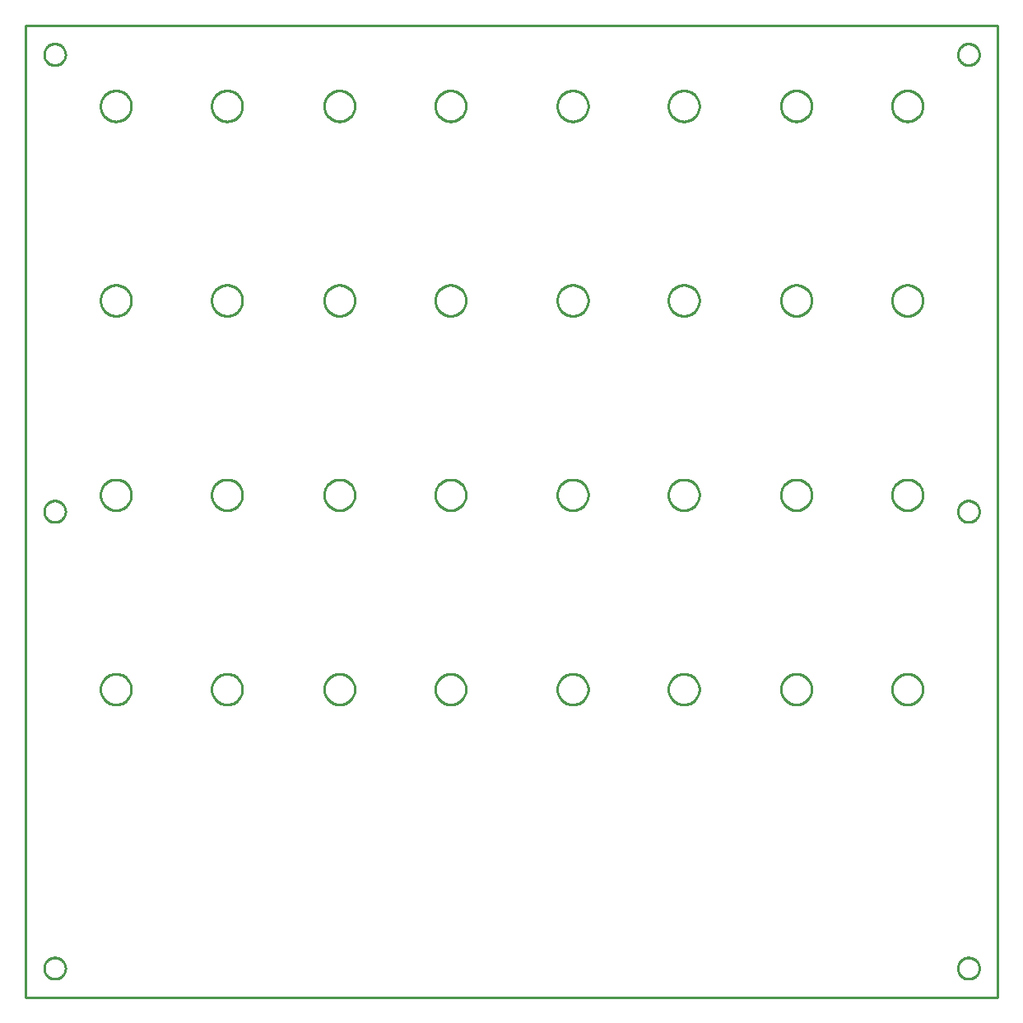
<source format=gbr>
G04 EAGLE Gerber RS-274X export*
G75*
%MOMM*%
%FSLAX34Y34*%
%LPD*%
%IN*%
%IPPOS*%
%AMOC8*
5,1,8,0,0,1.08239X$1,22.5*%
G01*
%ADD10C,0.254000*%


D10*
X0Y0D02*
X1000000Y0D01*
X1000000Y1000000D01*
X0Y1000000D01*
X0Y0D01*
X41000Y969568D02*
X40932Y968706D01*
X40797Y967852D01*
X40595Y967012D01*
X40328Y966190D01*
X39997Y965391D01*
X39605Y964621D01*
X39153Y963884D01*
X38645Y963185D01*
X38084Y962527D01*
X37473Y961916D01*
X36815Y961355D01*
X36116Y960847D01*
X35379Y960395D01*
X34609Y960003D01*
X33810Y959672D01*
X32988Y959405D01*
X32148Y959203D01*
X31294Y959068D01*
X30432Y959000D01*
X29568Y959000D01*
X28706Y959068D01*
X27852Y959203D01*
X27012Y959405D01*
X26190Y959672D01*
X25391Y960003D01*
X24621Y960395D01*
X23884Y960847D01*
X23185Y961355D01*
X22527Y961916D01*
X21916Y962527D01*
X21355Y963185D01*
X20847Y963884D01*
X20395Y964621D01*
X20003Y965391D01*
X19672Y966190D01*
X19405Y967012D01*
X19203Y967852D01*
X19068Y968706D01*
X19000Y969568D01*
X19000Y970432D01*
X19068Y971294D01*
X19203Y972148D01*
X19405Y972988D01*
X19672Y973810D01*
X20003Y974609D01*
X20395Y975379D01*
X20847Y976116D01*
X21355Y976815D01*
X21916Y977473D01*
X22527Y978084D01*
X23185Y978645D01*
X23884Y979153D01*
X24621Y979605D01*
X25391Y979997D01*
X26190Y980328D01*
X27012Y980595D01*
X27852Y980797D01*
X28706Y980932D01*
X29568Y981000D01*
X30432Y981000D01*
X31294Y980932D01*
X32148Y980797D01*
X32988Y980595D01*
X33810Y980328D01*
X34609Y979997D01*
X35379Y979605D01*
X36116Y979153D01*
X36815Y978645D01*
X37473Y978084D01*
X38084Y977473D01*
X38645Y976815D01*
X39153Y976116D01*
X39605Y975379D01*
X39997Y974609D01*
X40328Y973810D01*
X40595Y972988D01*
X40797Y972148D01*
X40932Y971294D01*
X41000Y970432D01*
X41000Y969568D01*
X41000Y499568D02*
X40932Y498706D01*
X40797Y497852D01*
X40595Y497012D01*
X40328Y496190D01*
X39997Y495391D01*
X39605Y494621D01*
X39153Y493884D01*
X38645Y493185D01*
X38084Y492527D01*
X37473Y491916D01*
X36815Y491355D01*
X36116Y490847D01*
X35379Y490395D01*
X34609Y490003D01*
X33810Y489672D01*
X32988Y489405D01*
X32148Y489203D01*
X31294Y489068D01*
X30432Y489000D01*
X29568Y489000D01*
X28706Y489068D01*
X27852Y489203D01*
X27012Y489405D01*
X26190Y489672D01*
X25391Y490003D01*
X24621Y490395D01*
X23884Y490847D01*
X23185Y491355D01*
X22527Y491916D01*
X21916Y492527D01*
X21355Y493185D01*
X20847Y493884D01*
X20395Y494621D01*
X20003Y495391D01*
X19672Y496190D01*
X19405Y497012D01*
X19203Y497852D01*
X19068Y498706D01*
X19000Y499568D01*
X19000Y500432D01*
X19068Y501294D01*
X19203Y502148D01*
X19405Y502988D01*
X19672Y503810D01*
X20003Y504609D01*
X20395Y505379D01*
X20847Y506116D01*
X21355Y506815D01*
X21916Y507473D01*
X22527Y508084D01*
X23185Y508645D01*
X23884Y509153D01*
X24621Y509605D01*
X25391Y509997D01*
X26190Y510328D01*
X27012Y510595D01*
X27852Y510797D01*
X28706Y510932D01*
X29568Y511000D01*
X30432Y511000D01*
X31294Y510932D01*
X32148Y510797D01*
X32988Y510595D01*
X33810Y510328D01*
X34609Y509997D01*
X35379Y509605D01*
X36116Y509153D01*
X36815Y508645D01*
X37473Y508084D01*
X38084Y507473D01*
X38645Y506815D01*
X39153Y506116D01*
X39605Y505379D01*
X39997Y504609D01*
X40328Y503810D01*
X40595Y502988D01*
X40797Y502148D01*
X40932Y501294D01*
X41000Y500432D01*
X41000Y499568D01*
X41000Y29568D02*
X40932Y28706D01*
X40797Y27852D01*
X40595Y27012D01*
X40328Y26190D01*
X39997Y25391D01*
X39605Y24621D01*
X39153Y23884D01*
X38645Y23185D01*
X38084Y22527D01*
X37473Y21916D01*
X36815Y21355D01*
X36116Y20847D01*
X35379Y20395D01*
X34609Y20003D01*
X33810Y19672D01*
X32988Y19405D01*
X32148Y19203D01*
X31294Y19068D01*
X30432Y19000D01*
X29568Y19000D01*
X28706Y19068D01*
X27852Y19203D01*
X27012Y19405D01*
X26190Y19672D01*
X25391Y20003D01*
X24621Y20395D01*
X23884Y20847D01*
X23185Y21355D01*
X22527Y21916D01*
X21916Y22527D01*
X21355Y23185D01*
X20847Y23884D01*
X20395Y24621D01*
X20003Y25391D01*
X19672Y26190D01*
X19405Y27012D01*
X19203Y27852D01*
X19068Y28706D01*
X19000Y29568D01*
X19000Y30432D01*
X19068Y31294D01*
X19203Y32148D01*
X19405Y32988D01*
X19672Y33810D01*
X20003Y34609D01*
X20395Y35379D01*
X20847Y36116D01*
X21355Y36815D01*
X21916Y37473D01*
X22527Y38084D01*
X23185Y38645D01*
X23884Y39153D01*
X24621Y39605D01*
X25391Y39997D01*
X26190Y40328D01*
X27012Y40595D01*
X27852Y40797D01*
X28706Y40932D01*
X29568Y41000D01*
X30432Y41000D01*
X31294Y40932D01*
X32148Y40797D01*
X32988Y40595D01*
X33810Y40328D01*
X34609Y39997D01*
X35379Y39605D01*
X36116Y39153D01*
X36815Y38645D01*
X37473Y38084D01*
X38084Y37473D01*
X38645Y36815D01*
X39153Y36116D01*
X39605Y35379D01*
X39997Y34609D01*
X40328Y33810D01*
X40595Y32988D01*
X40797Y32148D01*
X40932Y31294D01*
X41000Y30432D01*
X41000Y29568D01*
X981000Y29568D02*
X980932Y28706D01*
X980797Y27852D01*
X980595Y27012D01*
X980328Y26190D01*
X979997Y25391D01*
X979605Y24621D01*
X979153Y23884D01*
X978645Y23185D01*
X978084Y22527D01*
X977473Y21916D01*
X976815Y21355D01*
X976116Y20847D01*
X975379Y20395D01*
X974609Y20003D01*
X973810Y19672D01*
X972988Y19405D01*
X972148Y19203D01*
X971294Y19068D01*
X970432Y19000D01*
X969568Y19000D01*
X968706Y19068D01*
X967852Y19203D01*
X967012Y19405D01*
X966190Y19672D01*
X965391Y20003D01*
X964621Y20395D01*
X963884Y20847D01*
X963185Y21355D01*
X962527Y21916D01*
X961916Y22527D01*
X961355Y23185D01*
X960847Y23884D01*
X960395Y24621D01*
X960003Y25391D01*
X959672Y26190D01*
X959405Y27012D01*
X959203Y27852D01*
X959068Y28706D01*
X959000Y29568D01*
X959000Y30432D01*
X959068Y31294D01*
X959203Y32148D01*
X959405Y32988D01*
X959672Y33810D01*
X960003Y34609D01*
X960395Y35379D01*
X960847Y36116D01*
X961355Y36815D01*
X961916Y37473D01*
X962527Y38084D01*
X963185Y38645D01*
X963884Y39153D01*
X964621Y39605D01*
X965391Y39997D01*
X966190Y40328D01*
X967012Y40595D01*
X967852Y40797D01*
X968706Y40932D01*
X969568Y41000D01*
X970432Y41000D01*
X971294Y40932D01*
X972148Y40797D01*
X972988Y40595D01*
X973810Y40328D01*
X974609Y39997D01*
X975379Y39605D01*
X976116Y39153D01*
X976815Y38645D01*
X977473Y38084D01*
X978084Y37473D01*
X978645Y36815D01*
X979153Y36116D01*
X979605Y35379D01*
X979997Y34609D01*
X980328Y33810D01*
X980595Y32988D01*
X980797Y32148D01*
X980932Y31294D01*
X981000Y30432D01*
X981000Y29568D01*
X981000Y499568D02*
X980932Y498706D01*
X980797Y497852D01*
X980595Y497012D01*
X980328Y496190D01*
X979997Y495391D01*
X979605Y494621D01*
X979153Y493884D01*
X978645Y493185D01*
X978084Y492527D01*
X977473Y491916D01*
X976815Y491355D01*
X976116Y490847D01*
X975379Y490395D01*
X974609Y490003D01*
X973810Y489672D01*
X972988Y489405D01*
X972148Y489203D01*
X971294Y489068D01*
X970432Y489000D01*
X969568Y489000D01*
X968706Y489068D01*
X967852Y489203D01*
X967012Y489405D01*
X966190Y489672D01*
X965391Y490003D01*
X964621Y490395D01*
X963884Y490847D01*
X963185Y491355D01*
X962527Y491916D01*
X961916Y492527D01*
X961355Y493185D01*
X960847Y493884D01*
X960395Y494621D01*
X960003Y495391D01*
X959672Y496190D01*
X959405Y497012D01*
X959203Y497852D01*
X959068Y498706D01*
X959000Y499568D01*
X959000Y500432D01*
X959068Y501294D01*
X959203Y502148D01*
X959405Y502988D01*
X959672Y503810D01*
X960003Y504609D01*
X960395Y505379D01*
X960847Y506116D01*
X961355Y506815D01*
X961916Y507473D01*
X962527Y508084D01*
X963185Y508645D01*
X963884Y509153D01*
X964621Y509605D01*
X965391Y509997D01*
X966190Y510328D01*
X967012Y510595D01*
X967852Y510797D01*
X968706Y510932D01*
X969568Y511000D01*
X970432Y511000D01*
X971294Y510932D01*
X972148Y510797D01*
X972988Y510595D01*
X973810Y510328D01*
X974609Y509997D01*
X975379Y509605D01*
X976116Y509153D01*
X976815Y508645D01*
X977473Y508084D01*
X978084Y507473D01*
X978645Y506815D01*
X979153Y506116D01*
X979605Y505379D01*
X979997Y504609D01*
X980328Y503810D01*
X980595Y502988D01*
X980797Y502148D01*
X980932Y501294D01*
X981000Y500432D01*
X981000Y499568D01*
X981000Y969568D02*
X980932Y968706D01*
X980797Y967852D01*
X980595Y967012D01*
X980328Y966190D01*
X979997Y965391D01*
X979605Y964621D01*
X979153Y963884D01*
X978645Y963185D01*
X978084Y962527D01*
X977473Y961916D01*
X976815Y961355D01*
X976116Y960847D01*
X975379Y960395D01*
X974609Y960003D01*
X973810Y959672D01*
X972988Y959405D01*
X972148Y959203D01*
X971294Y959068D01*
X970432Y959000D01*
X969568Y959000D01*
X968706Y959068D01*
X967852Y959203D01*
X967012Y959405D01*
X966190Y959672D01*
X965391Y960003D01*
X964621Y960395D01*
X963884Y960847D01*
X963185Y961355D01*
X962527Y961916D01*
X961916Y962527D01*
X961355Y963185D01*
X960847Y963884D01*
X960395Y964621D01*
X960003Y965391D01*
X959672Y966190D01*
X959405Y967012D01*
X959203Y967852D01*
X959068Y968706D01*
X959000Y969568D01*
X959000Y970432D01*
X959068Y971294D01*
X959203Y972148D01*
X959405Y972988D01*
X959672Y973810D01*
X960003Y974609D01*
X960395Y975379D01*
X960847Y976116D01*
X961355Y976815D01*
X961916Y977473D01*
X962527Y978084D01*
X963185Y978645D01*
X963884Y979153D01*
X964621Y979605D01*
X965391Y979997D01*
X966190Y980328D01*
X967012Y980595D01*
X967852Y980797D01*
X968706Y980932D01*
X969568Y981000D01*
X970432Y981000D01*
X971294Y980932D01*
X972148Y980797D01*
X972988Y980595D01*
X973810Y980328D01*
X974609Y979997D01*
X975379Y979605D01*
X976116Y979153D01*
X976815Y978645D01*
X977473Y978084D01*
X978084Y977473D01*
X978645Y976815D01*
X979153Y976116D01*
X979605Y975379D01*
X979997Y974609D01*
X980328Y973810D01*
X980595Y972988D01*
X980797Y972148D01*
X980932Y971294D01*
X981000Y970432D01*
X981000Y969568D01*
X453000Y316481D02*
X452932Y315446D01*
X452797Y314417D01*
X452594Y313399D01*
X452326Y312397D01*
X451992Y311414D01*
X451595Y310455D01*
X451136Y309524D01*
X450617Y308626D01*
X450041Y307763D01*
X449409Y306939D01*
X448725Y306159D01*
X447991Y305425D01*
X447211Y304741D01*
X446387Y304109D01*
X445524Y303533D01*
X444626Y303014D01*
X443695Y302555D01*
X442736Y302158D01*
X441753Y301824D01*
X440751Y301556D01*
X439733Y301353D01*
X438704Y301218D01*
X437669Y301150D01*
X436631Y301150D01*
X435596Y301218D01*
X434567Y301353D01*
X433549Y301556D01*
X432547Y301824D01*
X431564Y302158D01*
X430605Y302555D01*
X429674Y303014D01*
X428776Y303533D01*
X427913Y304109D01*
X427089Y304741D01*
X426309Y305425D01*
X425575Y306159D01*
X424891Y306939D01*
X424259Y307763D01*
X423683Y308626D01*
X423164Y309524D01*
X422705Y310455D01*
X422308Y311414D01*
X421974Y312397D01*
X421706Y313399D01*
X421503Y314417D01*
X421368Y315446D01*
X421300Y316481D01*
X421300Y317519D01*
X421368Y318554D01*
X421503Y319583D01*
X421706Y320601D01*
X421974Y321603D01*
X422308Y322586D01*
X422705Y323545D01*
X423164Y324476D01*
X423683Y325374D01*
X424259Y326237D01*
X424891Y327061D01*
X425575Y327841D01*
X426309Y328575D01*
X427089Y329259D01*
X427913Y329891D01*
X428776Y330467D01*
X429674Y330986D01*
X430605Y331445D01*
X431564Y331842D01*
X432547Y332176D01*
X433549Y332444D01*
X434567Y332647D01*
X435596Y332782D01*
X436631Y332850D01*
X437669Y332850D01*
X438704Y332782D01*
X439733Y332647D01*
X440751Y332444D01*
X441753Y332176D01*
X442736Y331842D01*
X443695Y331445D01*
X444626Y330986D01*
X445524Y330467D01*
X446387Y329891D01*
X447211Y329259D01*
X447991Y328575D01*
X448725Y327841D01*
X449409Y327061D01*
X450041Y326237D01*
X450617Y325374D01*
X451136Y324476D01*
X451595Y323545D01*
X451992Y322586D01*
X452326Y321603D01*
X452594Y320601D01*
X452797Y319583D01*
X452932Y318554D01*
X453000Y317519D01*
X453000Y316481D01*
X338700Y316481D02*
X338632Y315446D01*
X338497Y314417D01*
X338294Y313399D01*
X338026Y312397D01*
X337692Y311414D01*
X337295Y310455D01*
X336836Y309524D01*
X336317Y308626D01*
X335741Y307763D01*
X335109Y306939D01*
X334425Y306159D01*
X333691Y305425D01*
X332911Y304741D01*
X332087Y304109D01*
X331224Y303533D01*
X330326Y303014D01*
X329395Y302555D01*
X328436Y302158D01*
X327453Y301824D01*
X326451Y301556D01*
X325433Y301353D01*
X324404Y301218D01*
X323369Y301150D01*
X322331Y301150D01*
X321296Y301218D01*
X320267Y301353D01*
X319249Y301556D01*
X318247Y301824D01*
X317264Y302158D01*
X316305Y302555D01*
X315374Y303014D01*
X314476Y303533D01*
X313613Y304109D01*
X312789Y304741D01*
X312009Y305425D01*
X311275Y306159D01*
X310591Y306939D01*
X309959Y307763D01*
X309383Y308626D01*
X308864Y309524D01*
X308405Y310455D01*
X308008Y311414D01*
X307674Y312397D01*
X307406Y313399D01*
X307203Y314417D01*
X307068Y315446D01*
X307000Y316481D01*
X307000Y317519D01*
X307068Y318554D01*
X307203Y319583D01*
X307406Y320601D01*
X307674Y321603D01*
X308008Y322586D01*
X308405Y323545D01*
X308864Y324476D01*
X309383Y325374D01*
X309959Y326237D01*
X310591Y327061D01*
X311275Y327841D01*
X312009Y328575D01*
X312789Y329259D01*
X313613Y329891D01*
X314476Y330467D01*
X315374Y330986D01*
X316305Y331445D01*
X317264Y331842D01*
X318247Y332176D01*
X319249Y332444D01*
X320267Y332647D01*
X321296Y332782D01*
X322331Y332850D01*
X323369Y332850D01*
X324404Y332782D01*
X325433Y332647D01*
X326451Y332444D01*
X327453Y332176D01*
X328436Y331842D01*
X329395Y331445D01*
X330326Y330986D01*
X331224Y330467D01*
X332087Y329891D01*
X332911Y329259D01*
X333691Y328575D01*
X334425Y327841D01*
X335109Y327061D01*
X335741Y326237D01*
X336317Y325374D01*
X336836Y324476D01*
X337295Y323545D01*
X337692Y322586D01*
X338026Y321603D01*
X338294Y320601D01*
X338497Y319583D01*
X338632Y318554D01*
X338700Y317519D01*
X338700Y316481D01*
X453000Y916481D02*
X452932Y915446D01*
X452797Y914417D01*
X452594Y913399D01*
X452326Y912397D01*
X451992Y911414D01*
X451595Y910455D01*
X451136Y909524D01*
X450617Y908626D01*
X450041Y907763D01*
X449409Y906939D01*
X448725Y906159D01*
X447991Y905425D01*
X447211Y904741D01*
X446387Y904109D01*
X445524Y903533D01*
X444626Y903014D01*
X443695Y902555D01*
X442736Y902158D01*
X441753Y901824D01*
X440751Y901556D01*
X439733Y901353D01*
X438704Y901218D01*
X437669Y901150D01*
X436631Y901150D01*
X435596Y901218D01*
X434567Y901353D01*
X433549Y901556D01*
X432547Y901824D01*
X431564Y902158D01*
X430605Y902555D01*
X429674Y903014D01*
X428776Y903533D01*
X427913Y904109D01*
X427089Y904741D01*
X426309Y905425D01*
X425575Y906159D01*
X424891Y906939D01*
X424259Y907763D01*
X423683Y908626D01*
X423164Y909524D01*
X422705Y910455D01*
X422308Y911414D01*
X421974Y912397D01*
X421706Y913399D01*
X421503Y914417D01*
X421368Y915446D01*
X421300Y916481D01*
X421300Y917519D01*
X421368Y918554D01*
X421503Y919583D01*
X421706Y920601D01*
X421974Y921603D01*
X422308Y922586D01*
X422705Y923545D01*
X423164Y924476D01*
X423683Y925374D01*
X424259Y926237D01*
X424891Y927061D01*
X425575Y927841D01*
X426309Y928575D01*
X427089Y929259D01*
X427913Y929891D01*
X428776Y930467D01*
X429674Y930986D01*
X430605Y931445D01*
X431564Y931842D01*
X432547Y932176D01*
X433549Y932444D01*
X434567Y932647D01*
X435596Y932782D01*
X436631Y932850D01*
X437669Y932850D01*
X438704Y932782D01*
X439733Y932647D01*
X440751Y932444D01*
X441753Y932176D01*
X442736Y931842D01*
X443695Y931445D01*
X444626Y930986D01*
X445524Y930467D01*
X446387Y929891D01*
X447211Y929259D01*
X447991Y928575D01*
X448725Y927841D01*
X449409Y927061D01*
X450041Y926237D01*
X450617Y925374D01*
X451136Y924476D01*
X451595Y923545D01*
X451992Y922586D01*
X452326Y921603D01*
X452594Y920601D01*
X452797Y919583D01*
X452932Y918554D01*
X453000Y917519D01*
X453000Y916481D01*
X338700Y916481D02*
X338632Y915446D01*
X338497Y914417D01*
X338294Y913399D01*
X338026Y912397D01*
X337692Y911414D01*
X337295Y910455D01*
X336836Y909524D01*
X336317Y908626D01*
X335741Y907763D01*
X335109Y906939D01*
X334425Y906159D01*
X333691Y905425D01*
X332911Y904741D01*
X332087Y904109D01*
X331224Y903533D01*
X330326Y903014D01*
X329395Y902555D01*
X328436Y902158D01*
X327453Y901824D01*
X326451Y901556D01*
X325433Y901353D01*
X324404Y901218D01*
X323369Y901150D01*
X322331Y901150D01*
X321296Y901218D01*
X320267Y901353D01*
X319249Y901556D01*
X318247Y901824D01*
X317264Y902158D01*
X316305Y902555D01*
X315374Y903014D01*
X314476Y903533D01*
X313613Y904109D01*
X312789Y904741D01*
X312009Y905425D01*
X311275Y906159D01*
X310591Y906939D01*
X309959Y907763D01*
X309383Y908626D01*
X308864Y909524D01*
X308405Y910455D01*
X308008Y911414D01*
X307674Y912397D01*
X307406Y913399D01*
X307203Y914417D01*
X307068Y915446D01*
X307000Y916481D01*
X307000Y917519D01*
X307068Y918554D01*
X307203Y919583D01*
X307406Y920601D01*
X307674Y921603D01*
X308008Y922586D01*
X308405Y923545D01*
X308864Y924476D01*
X309383Y925374D01*
X309959Y926237D01*
X310591Y927061D01*
X311275Y927841D01*
X312009Y928575D01*
X312789Y929259D01*
X313613Y929891D01*
X314476Y930467D01*
X315374Y930986D01*
X316305Y931445D01*
X317264Y931842D01*
X318247Y932176D01*
X319249Y932444D01*
X320267Y932647D01*
X321296Y932782D01*
X322331Y932850D01*
X323369Y932850D01*
X324404Y932782D01*
X325433Y932647D01*
X326451Y932444D01*
X327453Y932176D01*
X328436Y931842D01*
X329395Y931445D01*
X330326Y930986D01*
X331224Y930467D01*
X332087Y929891D01*
X332911Y929259D01*
X333691Y928575D01*
X334425Y927841D01*
X335109Y927061D01*
X335741Y926237D01*
X336317Y925374D01*
X336836Y924476D01*
X337295Y923545D01*
X337692Y922586D01*
X338026Y921603D01*
X338294Y920601D01*
X338497Y919583D01*
X338632Y918554D01*
X338700Y917519D01*
X338700Y916481D01*
X223000Y916481D02*
X222932Y915446D01*
X222797Y914417D01*
X222594Y913399D01*
X222326Y912397D01*
X221992Y911414D01*
X221595Y910455D01*
X221136Y909524D01*
X220617Y908626D01*
X220041Y907763D01*
X219409Y906939D01*
X218725Y906159D01*
X217991Y905425D01*
X217211Y904741D01*
X216387Y904109D01*
X215524Y903533D01*
X214626Y903014D01*
X213695Y902555D01*
X212736Y902158D01*
X211753Y901824D01*
X210751Y901556D01*
X209733Y901353D01*
X208704Y901218D01*
X207669Y901150D01*
X206631Y901150D01*
X205596Y901218D01*
X204567Y901353D01*
X203549Y901556D01*
X202547Y901824D01*
X201564Y902158D01*
X200605Y902555D01*
X199674Y903014D01*
X198776Y903533D01*
X197913Y904109D01*
X197089Y904741D01*
X196309Y905425D01*
X195575Y906159D01*
X194891Y906939D01*
X194259Y907763D01*
X193683Y908626D01*
X193164Y909524D01*
X192705Y910455D01*
X192308Y911414D01*
X191974Y912397D01*
X191706Y913399D01*
X191503Y914417D01*
X191368Y915446D01*
X191300Y916481D01*
X191300Y917519D01*
X191368Y918554D01*
X191503Y919583D01*
X191706Y920601D01*
X191974Y921603D01*
X192308Y922586D01*
X192705Y923545D01*
X193164Y924476D01*
X193683Y925374D01*
X194259Y926237D01*
X194891Y927061D01*
X195575Y927841D01*
X196309Y928575D01*
X197089Y929259D01*
X197913Y929891D01*
X198776Y930467D01*
X199674Y930986D01*
X200605Y931445D01*
X201564Y931842D01*
X202547Y932176D01*
X203549Y932444D01*
X204567Y932647D01*
X205596Y932782D01*
X206631Y932850D01*
X207669Y932850D01*
X208704Y932782D01*
X209733Y932647D01*
X210751Y932444D01*
X211753Y932176D01*
X212736Y931842D01*
X213695Y931445D01*
X214626Y930986D01*
X215524Y930467D01*
X216387Y929891D01*
X217211Y929259D01*
X217991Y928575D01*
X218725Y927841D01*
X219409Y927061D01*
X220041Y926237D01*
X220617Y925374D01*
X221136Y924476D01*
X221595Y923545D01*
X221992Y922586D01*
X222326Y921603D01*
X222594Y920601D01*
X222797Y919583D01*
X222932Y918554D01*
X223000Y917519D01*
X223000Y916481D01*
X108700Y916481D02*
X108632Y915446D01*
X108497Y914417D01*
X108294Y913399D01*
X108026Y912397D01*
X107692Y911414D01*
X107295Y910455D01*
X106836Y909524D01*
X106317Y908626D01*
X105741Y907763D01*
X105109Y906939D01*
X104425Y906159D01*
X103691Y905425D01*
X102911Y904741D01*
X102087Y904109D01*
X101224Y903533D01*
X100326Y903014D01*
X99395Y902555D01*
X98436Y902158D01*
X97453Y901824D01*
X96451Y901556D01*
X95433Y901353D01*
X94404Y901218D01*
X93369Y901150D01*
X92331Y901150D01*
X91296Y901218D01*
X90267Y901353D01*
X89249Y901556D01*
X88247Y901824D01*
X87264Y902158D01*
X86305Y902555D01*
X85374Y903014D01*
X84476Y903533D01*
X83613Y904109D01*
X82789Y904741D01*
X82009Y905425D01*
X81275Y906159D01*
X80591Y906939D01*
X79959Y907763D01*
X79383Y908626D01*
X78864Y909524D01*
X78405Y910455D01*
X78008Y911414D01*
X77674Y912397D01*
X77406Y913399D01*
X77203Y914417D01*
X77068Y915446D01*
X77000Y916481D01*
X77000Y917519D01*
X77068Y918554D01*
X77203Y919583D01*
X77406Y920601D01*
X77674Y921603D01*
X78008Y922586D01*
X78405Y923545D01*
X78864Y924476D01*
X79383Y925374D01*
X79959Y926237D01*
X80591Y927061D01*
X81275Y927841D01*
X82009Y928575D01*
X82789Y929259D01*
X83613Y929891D01*
X84476Y930467D01*
X85374Y930986D01*
X86305Y931445D01*
X87264Y931842D01*
X88247Y932176D01*
X89249Y932444D01*
X90267Y932647D01*
X91296Y932782D01*
X92331Y932850D01*
X93369Y932850D01*
X94404Y932782D01*
X95433Y932647D01*
X96451Y932444D01*
X97453Y932176D01*
X98436Y931842D01*
X99395Y931445D01*
X100326Y930986D01*
X101224Y930467D01*
X102087Y929891D01*
X102911Y929259D01*
X103691Y928575D01*
X104425Y927841D01*
X105109Y927061D01*
X105741Y926237D01*
X106317Y925374D01*
X106836Y924476D01*
X107295Y923545D01*
X107692Y922586D01*
X108026Y921603D01*
X108294Y920601D01*
X108497Y919583D01*
X108632Y918554D01*
X108700Y917519D01*
X108700Y916481D01*
X693000Y316481D02*
X692932Y315446D01*
X692797Y314417D01*
X692594Y313399D01*
X692326Y312397D01*
X691992Y311414D01*
X691595Y310455D01*
X691136Y309524D01*
X690617Y308626D01*
X690041Y307763D01*
X689409Y306939D01*
X688725Y306159D01*
X687991Y305425D01*
X687211Y304741D01*
X686387Y304109D01*
X685524Y303533D01*
X684626Y303014D01*
X683695Y302555D01*
X682736Y302158D01*
X681753Y301824D01*
X680751Y301556D01*
X679733Y301353D01*
X678704Y301218D01*
X677669Y301150D01*
X676631Y301150D01*
X675596Y301218D01*
X674567Y301353D01*
X673549Y301556D01*
X672547Y301824D01*
X671564Y302158D01*
X670605Y302555D01*
X669674Y303014D01*
X668776Y303533D01*
X667913Y304109D01*
X667089Y304741D01*
X666309Y305425D01*
X665575Y306159D01*
X664891Y306939D01*
X664259Y307763D01*
X663683Y308626D01*
X663164Y309524D01*
X662705Y310455D01*
X662308Y311414D01*
X661974Y312397D01*
X661706Y313399D01*
X661503Y314417D01*
X661368Y315446D01*
X661300Y316481D01*
X661300Y317519D01*
X661368Y318554D01*
X661503Y319583D01*
X661706Y320601D01*
X661974Y321603D01*
X662308Y322586D01*
X662705Y323545D01*
X663164Y324476D01*
X663683Y325374D01*
X664259Y326237D01*
X664891Y327061D01*
X665575Y327841D01*
X666309Y328575D01*
X667089Y329259D01*
X667913Y329891D01*
X668776Y330467D01*
X669674Y330986D01*
X670605Y331445D01*
X671564Y331842D01*
X672547Y332176D01*
X673549Y332444D01*
X674567Y332647D01*
X675596Y332782D01*
X676631Y332850D01*
X677669Y332850D01*
X678704Y332782D01*
X679733Y332647D01*
X680751Y332444D01*
X681753Y332176D01*
X682736Y331842D01*
X683695Y331445D01*
X684626Y330986D01*
X685524Y330467D01*
X686387Y329891D01*
X687211Y329259D01*
X687991Y328575D01*
X688725Y327841D01*
X689409Y327061D01*
X690041Y326237D01*
X690617Y325374D01*
X691136Y324476D01*
X691595Y323545D01*
X691992Y322586D01*
X692326Y321603D01*
X692594Y320601D01*
X692797Y319583D01*
X692932Y318554D01*
X693000Y317519D01*
X693000Y316481D01*
X578700Y316481D02*
X578632Y315446D01*
X578497Y314417D01*
X578294Y313399D01*
X578026Y312397D01*
X577692Y311414D01*
X577295Y310455D01*
X576836Y309524D01*
X576317Y308626D01*
X575741Y307763D01*
X575109Y306939D01*
X574425Y306159D01*
X573691Y305425D01*
X572911Y304741D01*
X572087Y304109D01*
X571224Y303533D01*
X570326Y303014D01*
X569395Y302555D01*
X568436Y302158D01*
X567453Y301824D01*
X566451Y301556D01*
X565433Y301353D01*
X564404Y301218D01*
X563369Y301150D01*
X562331Y301150D01*
X561296Y301218D01*
X560267Y301353D01*
X559249Y301556D01*
X558247Y301824D01*
X557264Y302158D01*
X556305Y302555D01*
X555374Y303014D01*
X554476Y303533D01*
X553613Y304109D01*
X552789Y304741D01*
X552009Y305425D01*
X551275Y306159D01*
X550591Y306939D01*
X549959Y307763D01*
X549383Y308626D01*
X548864Y309524D01*
X548405Y310455D01*
X548008Y311414D01*
X547674Y312397D01*
X547406Y313399D01*
X547203Y314417D01*
X547068Y315446D01*
X547000Y316481D01*
X547000Y317519D01*
X547068Y318554D01*
X547203Y319583D01*
X547406Y320601D01*
X547674Y321603D01*
X548008Y322586D01*
X548405Y323545D01*
X548864Y324476D01*
X549383Y325374D01*
X549959Y326237D01*
X550591Y327061D01*
X551275Y327841D01*
X552009Y328575D01*
X552789Y329259D01*
X553613Y329891D01*
X554476Y330467D01*
X555374Y330986D01*
X556305Y331445D01*
X557264Y331842D01*
X558247Y332176D01*
X559249Y332444D01*
X560267Y332647D01*
X561296Y332782D01*
X562331Y332850D01*
X563369Y332850D01*
X564404Y332782D01*
X565433Y332647D01*
X566451Y332444D01*
X567453Y332176D01*
X568436Y331842D01*
X569395Y331445D01*
X570326Y330986D01*
X571224Y330467D01*
X572087Y329891D01*
X572911Y329259D01*
X573691Y328575D01*
X574425Y327841D01*
X575109Y327061D01*
X575741Y326237D01*
X576317Y325374D01*
X576836Y324476D01*
X577295Y323545D01*
X577692Y322586D01*
X578026Y321603D01*
X578294Y320601D01*
X578497Y319583D01*
X578632Y318554D01*
X578700Y317519D01*
X578700Y316481D01*
X223000Y316481D02*
X222932Y315446D01*
X222797Y314417D01*
X222594Y313399D01*
X222326Y312397D01*
X221992Y311414D01*
X221595Y310455D01*
X221136Y309524D01*
X220617Y308626D01*
X220041Y307763D01*
X219409Y306939D01*
X218725Y306159D01*
X217991Y305425D01*
X217211Y304741D01*
X216387Y304109D01*
X215524Y303533D01*
X214626Y303014D01*
X213695Y302555D01*
X212736Y302158D01*
X211753Y301824D01*
X210751Y301556D01*
X209733Y301353D01*
X208704Y301218D01*
X207669Y301150D01*
X206631Y301150D01*
X205596Y301218D01*
X204567Y301353D01*
X203549Y301556D01*
X202547Y301824D01*
X201564Y302158D01*
X200605Y302555D01*
X199674Y303014D01*
X198776Y303533D01*
X197913Y304109D01*
X197089Y304741D01*
X196309Y305425D01*
X195575Y306159D01*
X194891Y306939D01*
X194259Y307763D01*
X193683Y308626D01*
X193164Y309524D01*
X192705Y310455D01*
X192308Y311414D01*
X191974Y312397D01*
X191706Y313399D01*
X191503Y314417D01*
X191368Y315446D01*
X191300Y316481D01*
X191300Y317519D01*
X191368Y318554D01*
X191503Y319583D01*
X191706Y320601D01*
X191974Y321603D01*
X192308Y322586D01*
X192705Y323545D01*
X193164Y324476D01*
X193683Y325374D01*
X194259Y326237D01*
X194891Y327061D01*
X195575Y327841D01*
X196309Y328575D01*
X197089Y329259D01*
X197913Y329891D01*
X198776Y330467D01*
X199674Y330986D01*
X200605Y331445D01*
X201564Y331842D01*
X202547Y332176D01*
X203549Y332444D01*
X204567Y332647D01*
X205596Y332782D01*
X206631Y332850D01*
X207669Y332850D01*
X208704Y332782D01*
X209733Y332647D01*
X210751Y332444D01*
X211753Y332176D01*
X212736Y331842D01*
X213695Y331445D01*
X214626Y330986D01*
X215524Y330467D01*
X216387Y329891D01*
X217211Y329259D01*
X217991Y328575D01*
X218725Y327841D01*
X219409Y327061D01*
X220041Y326237D01*
X220617Y325374D01*
X221136Y324476D01*
X221595Y323545D01*
X221992Y322586D01*
X222326Y321603D01*
X222594Y320601D01*
X222797Y319583D01*
X222932Y318554D01*
X223000Y317519D01*
X223000Y316481D01*
X108700Y316481D02*
X108632Y315446D01*
X108497Y314417D01*
X108294Y313399D01*
X108026Y312397D01*
X107692Y311414D01*
X107295Y310455D01*
X106836Y309524D01*
X106317Y308626D01*
X105741Y307763D01*
X105109Y306939D01*
X104425Y306159D01*
X103691Y305425D01*
X102911Y304741D01*
X102087Y304109D01*
X101224Y303533D01*
X100326Y303014D01*
X99395Y302555D01*
X98436Y302158D01*
X97453Y301824D01*
X96451Y301556D01*
X95433Y301353D01*
X94404Y301218D01*
X93369Y301150D01*
X92331Y301150D01*
X91296Y301218D01*
X90267Y301353D01*
X89249Y301556D01*
X88247Y301824D01*
X87264Y302158D01*
X86305Y302555D01*
X85374Y303014D01*
X84476Y303533D01*
X83613Y304109D01*
X82789Y304741D01*
X82009Y305425D01*
X81275Y306159D01*
X80591Y306939D01*
X79959Y307763D01*
X79383Y308626D01*
X78864Y309524D01*
X78405Y310455D01*
X78008Y311414D01*
X77674Y312397D01*
X77406Y313399D01*
X77203Y314417D01*
X77068Y315446D01*
X77000Y316481D01*
X77000Y317519D01*
X77068Y318554D01*
X77203Y319583D01*
X77406Y320601D01*
X77674Y321603D01*
X78008Y322586D01*
X78405Y323545D01*
X78864Y324476D01*
X79383Y325374D01*
X79959Y326237D01*
X80591Y327061D01*
X81275Y327841D01*
X82009Y328575D01*
X82789Y329259D01*
X83613Y329891D01*
X84476Y330467D01*
X85374Y330986D01*
X86305Y331445D01*
X87264Y331842D01*
X88247Y332176D01*
X89249Y332444D01*
X90267Y332647D01*
X91296Y332782D01*
X92331Y332850D01*
X93369Y332850D01*
X94404Y332782D01*
X95433Y332647D01*
X96451Y332444D01*
X97453Y332176D01*
X98436Y331842D01*
X99395Y331445D01*
X100326Y330986D01*
X101224Y330467D01*
X102087Y329891D01*
X102911Y329259D01*
X103691Y328575D01*
X104425Y327841D01*
X105109Y327061D01*
X105741Y326237D01*
X106317Y325374D01*
X106836Y324476D01*
X107295Y323545D01*
X107692Y322586D01*
X108026Y321603D01*
X108294Y320601D01*
X108497Y319583D01*
X108632Y318554D01*
X108700Y317519D01*
X108700Y316481D01*
X453000Y716481D02*
X452932Y715446D01*
X452797Y714417D01*
X452594Y713399D01*
X452326Y712397D01*
X451992Y711414D01*
X451595Y710455D01*
X451136Y709524D01*
X450617Y708626D01*
X450041Y707763D01*
X449409Y706939D01*
X448725Y706159D01*
X447991Y705425D01*
X447211Y704741D01*
X446387Y704109D01*
X445524Y703533D01*
X444626Y703014D01*
X443695Y702555D01*
X442736Y702158D01*
X441753Y701824D01*
X440751Y701556D01*
X439733Y701353D01*
X438704Y701218D01*
X437669Y701150D01*
X436631Y701150D01*
X435596Y701218D01*
X434567Y701353D01*
X433549Y701556D01*
X432547Y701824D01*
X431564Y702158D01*
X430605Y702555D01*
X429674Y703014D01*
X428776Y703533D01*
X427913Y704109D01*
X427089Y704741D01*
X426309Y705425D01*
X425575Y706159D01*
X424891Y706939D01*
X424259Y707763D01*
X423683Y708626D01*
X423164Y709524D01*
X422705Y710455D01*
X422308Y711414D01*
X421974Y712397D01*
X421706Y713399D01*
X421503Y714417D01*
X421368Y715446D01*
X421300Y716481D01*
X421300Y717519D01*
X421368Y718554D01*
X421503Y719583D01*
X421706Y720601D01*
X421974Y721603D01*
X422308Y722586D01*
X422705Y723545D01*
X423164Y724476D01*
X423683Y725374D01*
X424259Y726237D01*
X424891Y727061D01*
X425575Y727841D01*
X426309Y728575D01*
X427089Y729259D01*
X427913Y729891D01*
X428776Y730467D01*
X429674Y730986D01*
X430605Y731445D01*
X431564Y731842D01*
X432547Y732176D01*
X433549Y732444D01*
X434567Y732647D01*
X435596Y732782D01*
X436631Y732850D01*
X437669Y732850D01*
X438704Y732782D01*
X439733Y732647D01*
X440751Y732444D01*
X441753Y732176D01*
X442736Y731842D01*
X443695Y731445D01*
X444626Y730986D01*
X445524Y730467D01*
X446387Y729891D01*
X447211Y729259D01*
X447991Y728575D01*
X448725Y727841D01*
X449409Y727061D01*
X450041Y726237D01*
X450617Y725374D01*
X451136Y724476D01*
X451595Y723545D01*
X451992Y722586D01*
X452326Y721603D01*
X452594Y720601D01*
X452797Y719583D01*
X452932Y718554D01*
X453000Y717519D01*
X453000Y716481D01*
X338700Y716481D02*
X338632Y715446D01*
X338497Y714417D01*
X338294Y713399D01*
X338026Y712397D01*
X337692Y711414D01*
X337295Y710455D01*
X336836Y709524D01*
X336317Y708626D01*
X335741Y707763D01*
X335109Y706939D01*
X334425Y706159D01*
X333691Y705425D01*
X332911Y704741D01*
X332087Y704109D01*
X331224Y703533D01*
X330326Y703014D01*
X329395Y702555D01*
X328436Y702158D01*
X327453Y701824D01*
X326451Y701556D01*
X325433Y701353D01*
X324404Y701218D01*
X323369Y701150D01*
X322331Y701150D01*
X321296Y701218D01*
X320267Y701353D01*
X319249Y701556D01*
X318247Y701824D01*
X317264Y702158D01*
X316305Y702555D01*
X315374Y703014D01*
X314476Y703533D01*
X313613Y704109D01*
X312789Y704741D01*
X312009Y705425D01*
X311275Y706159D01*
X310591Y706939D01*
X309959Y707763D01*
X309383Y708626D01*
X308864Y709524D01*
X308405Y710455D01*
X308008Y711414D01*
X307674Y712397D01*
X307406Y713399D01*
X307203Y714417D01*
X307068Y715446D01*
X307000Y716481D01*
X307000Y717519D01*
X307068Y718554D01*
X307203Y719583D01*
X307406Y720601D01*
X307674Y721603D01*
X308008Y722586D01*
X308405Y723545D01*
X308864Y724476D01*
X309383Y725374D01*
X309959Y726237D01*
X310591Y727061D01*
X311275Y727841D01*
X312009Y728575D01*
X312789Y729259D01*
X313613Y729891D01*
X314476Y730467D01*
X315374Y730986D01*
X316305Y731445D01*
X317264Y731842D01*
X318247Y732176D01*
X319249Y732444D01*
X320267Y732647D01*
X321296Y732782D01*
X322331Y732850D01*
X323369Y732850D01*
X324404Y732782D01*
X325433Y732647D01*
X326451Y732444D01*
X327453Y732176D01*
X328436Y731842D01*
X329395Y731445D01*
X330326Y730986D01*
X331224Y730467D01*
X332087Y729891D01*
X332911Y729259D01*
X333691Y728575D01*
X334425Y727841D01*
X335109Y727061D01*
X335741Y726237D01*
X336317Y725374D01*
X336836Y724476D01*
X337295Y723545D01*
X337692Y722586D01*
X338026Y721603D01*
X338294Y720601D01*
X338497Y719583D01*
X338632Y718554D01*
X338700Y717519D01*
X338700Y716481D01*
X453000Y516481D02*
X452932Y515446D01*
X452797Y514417D01*
X452594Y513399D01*
X452326Y512397D01*
X451992Y511414D01*
X451595Y510455D01*
X451136Y509524D01*
X450617Y508626D01*
X450041Y507763D01*
X449409Y506939D01*
X448725Y506159D01*
X447991Y505425D01*
X447211Y504741D01*
X446387Y504109D01*
X445524Y503533D01*
X444626Y503014D01*
X443695Y502555D01*
X442736Y502158D01*
X441753Y501824D01*
X440751Y501556D01*
X439733Y501353D01*
X438704Y501218D01*
X437669Y501150D01*
X436631Y501150D01*
X435596Y501218D01*
X434567Y501353D01*
X433549Y501556D01*
X432547Y501824D01*
X431564Y502158D01*
X430605Y502555D01*
X429674Y503014D01*
X428776Y503533D01*
X427913Y504109D01*
X427089Y504741D01*
X426309Y505425D01*
X425575Y506159D01*
X424891Y506939D01*
X424259Y507763D01*
X423683Y508626D01*
X423164Y509524D01*
X422705Y510455D01*
X422308Y511414D01*
X421974Y512397D01*
X421706Y513399D01*
X421503Y514417D01*
X421368Y515446D01*
X421300Y516481D01*
X421300Y517519D01*
X421368Y518554D01*
X421503Y519583D01*
X421706Y520601D01*
X421974Y521603D01*
X422308Y522586D01*
X422705Y523545D01*
X423164Y524476D01*
X423683Y525374D01*
X424259Y526237D01*
X424891Y527061D01*
X425575Y527841D01*
X426309Y528575D01*
X427089Y529259D01*
X427913Y529891D01*
X428776Y530467D01*
X429674Y530986D01*
X430605Y531445D01*
X431564Y531842D01*
X432547Y532176D01*
X433549Y532444D01*
X434567Y532647D01*
X435596Y532782D01*
X436631Y532850D01*
X437669Y532850D01*
X438704Y532782D01*
X439733Y532647D01*
X440751Y532444D01*
X441753Y532176D01*
X442736Y531842D01*
X443695Y531445D01*
X444626Y530986D01*
X445524Y530467D01*
X446387Y529891D01*
X447211Y529259D01*
X447991Y528575D01*
X448725Y527841D01*
X449409Y527061D01*
X450041Y526237D01*
X450617Y525374D01*
X451136Y524476D01*
X451595Y523545D01*
X451992Y522586D01*
X452326Y521603D01*
X452594Y520601D01*
X452797Y519583D01*
X452932Y518554D01*
X453000Y517519D01*
X453000Y516481D01*
X338700Y516481D02*
X338632Y515446D01*
X338497Y514417D01*
X338294Y513399D01*
X338026Y512397D01*
X337692Y511414D01*
X337295Y510455D01*
X336836Y509524D01*
X336317Y508626D01*
X335741Y507763D01*
X335109Y506939D01*
X334425Y506159D01*
X333691Y505425D01*
X332911Y504741D01*
X332087Y504109D01*
X331224Y503533D01*
X330326Y503014D01*
X329395Y502555D01*
X328436Y502158D01*
X327453Y501824D01*
X326451Y501556D01*
X325433Y501353D01*
X324404Y501218D01*
X323369Y501150D01*
X322331Y501150D01*
X321296Y501218D01*
X320267Y501353D01*
X319249Y501556D01*
X318247Y501824D01*
X317264Y502158D01*
X316305Y502555D01*
X315374Y503014D01*
X314476Y503533D01*
X313613Y504109D01*
X312789Y504741D01*
X312009Y505425D01*
X311275Y506159D01*
X310591Y506939D01*
X309959Y507763D01*
X309383Y508626D01*
X308864Y509524D01*
X308405Y510455D01*
X308008Y511414D01*
X307674Y512397D01*
X307406Y513399D01*
X307203Y514417D01*
X307068Y515446D01*
X307000Y516481D01*
X307000Y517519D01*
X307068Y518554D01*
X307203Y519583D01*
X307406Y520601D01*
X307674Y521603D01*
X308008Y522586D01*
X308405Y523545D01*
X308864Y524476D01*
X309383Y525374D01*
X309959Y526237D01*
X310591Y527061D01*
X311275Y527841D01*
X312009Y528575D01*
X312789Y529259D01*
X313613Y529891D01*
X314476Y530467D01*
X315374Y530986D01*
X316305Y531445D01*
X317264Y531842D01*
X318247Y532176D01*
X319249Y532444D01*
X320267Y532647D01*
X321296Y532782D01*
X322331Y532850D01*
X323369Y532850D01*
X324404Y532782D01*
X325433Y532647D01*
X326451Y532444D01*
X327453Y532176D01*
X328436Y531842D01*
X329395Y531445D01*
X330326Y530986D01*
X331224Y530467D01*
X332087Y529891D01*
X332911Y529259D01*
X333691Y528575D01*
X334425Y527841D01*
X335109Y527061D01*
X335741Y526237D01*
X336317Y525374D01*
X336836Y524476D01*
X337295Y523545D01*
X337692Y522586D01*
X338026Y521603D01*
X338294Y520601D01*
X338497Y519583D01*
X338632Y518554D01*
X338700Y517519D01*
X338700Y516481D01*
X693000Y516481D02*
X692932Y515446D01*
X692797Y514417D01*
X692594Y513399D01*
X692326Y512397D01*
X691992Y511414D01*
X691595Y510455D01*
X691136Y509524D01*
X690617Y508626D01*
X690041Y507763D01*
X689409Y506939D01*
X688725Y506159D01*
X687991Y505425D01*
X687211Y504741D01*
X686387Y504109D01*
X685524Y503533D01*
X684626Y503014D01*
X683695Y502555D01*
X682736Y502158D01*
X681753Y501824D01*
X680751Y501556D01*
X679733Y501353D01*
X678704Y501218D01*
X677669Y501150D01*
X676631Y501150D01*
X675596Y501218D01*
X674567Y501353D01*
X673549Y501556D01*
X672547Y501824D01*
X671564Y502158D01*
X670605Y502555D01*
X669674Y503014D01*
X668776Y503533D01*
X667913Y504109D01*
X667089Y504741D01*
X666309Y505425D01*
X665575Y506159D01*
X664891Y506939D01*
X664259Y507763D01*
X663683Y508626D01*
X663164Y509524D01*
X662705Y510455D01*
X662308Y511414D01*
X661974Y512397D01*
X661706Y513399D01*
X661503Y514417D01*
X661368Y515446D01*
X661300Y516481D01*
X661300Y517519D01*
X661368Y518554D01*
X661503Y519583D01*
X661706Y520601D01*
X661974Y521603D01*
X662308Y522586D01*
X662705Y523545D01*
X663164Y524476D01*
X663683Y525374D01*
X664259Y526237D01*
X664891Y527061D01*
X665575Y527841D01*
X666309Y528575D01*
X667089Y529259D01*
X667913Y529891D01*
X668776Y530467D01*
X669674Y530986D01*
X670605Y531445D01*
X671564Y531842D01*
X672547Y532176D01*
X673549Y532444D01*
X674567Y532647D01*
X675596Y532782D01*
X676631Y532850D01*
X677669Y532850D01*
X678704Y532782D01*
X679733Y532647D01*
X680751Y532444D01*
X681753Y532176D01*
X682736Y531842D01*
X683695Y531445D01*
X684626Y530986D01*
X685524Y530467D01*
X686387Y529891D01*
X687211Y529259D01*
X687991Y528575D01*
X688725Y527841D01*
X689409Y527061D01*
X690041Y526237D01*
X690617Y525374D01*
X691136Y524476D01*
X691595Y523545D01*
X691992Y522586D01*
X692326Y521603D01*
X692594Y520601D01*
X692797Y519583D01*
X692932Y518554D01*
X693000Y517519D01*
X693000Y516481D01*
X578700Y516481D02*
X578632Y515446D01*
X578497Y514417D01*
X578294Y513399D01*
X578026Y512397D01*
X577692Y511414D01*
X577295Y510455D01*
X576836Y509524D01*
X576317Y508626D01*
X575741Y507763D01*
X575109Y506939D01*
X574425Y506159D01*
X573691Y505425D01*
X572911Y504741D01*
X572087Y504109D01*
X571224Y503533D01*
X570326Y503014D01*
X569395Y502555D01*
X568436Y502158D01*
X567453Y501824D01*
X566451Y501556D01*
X565433Y501353D01*
X564404Y501218D01*
X563369Y501150D01*
X562331Y501150D01*
X561296Y501218D01*
X560267Y501353D01*
X559249Y501556D01*
X558247Y501824D01*
X557264Y502158D01*
X556305Y502555D01*
X555374Y503014D01*
X554476Y503533D01*
X553613Y504109D01*
X552789Y504741D01*
X552009Y505425D01*
X551275Y506159D01*
X550591Y506939D01*
X549959Y507763D01*
X549383Y508626D01*
X548864Y509524D01*
X548405Y510455D01*
X548008Y511414D01*
X547674Y512397D01*
X547406Y513399D01*
X547203Y514417D01*
X547068Y515446D01*
X547000Y516481D01*
X547000Y517519D01*
X547068Y518554D01*
X547203Y519583D01*
X547406Y520601D01*
X547674Y521603D01*
X548008Y522586D01*
X548405Y523545D01*
X548864Y524476D01*
X549383Y525374D01*
X549959Y526237D01*
X550591Y527061D01*
X551275Y527841D01*
X552009Y528575D01*
X552789Y529259D01*
X553613Y529891D01*
X554476Y530467D01*
X555374Y530986D01*
X556305Y531445D01*
X557264Y531842D01*
X558247Y532176D01*
X559249Y532444D01*
X560267Y532647D01*
X561296Y532782D01*
X562331Y532850D01*
X563369Y532850D01*
X564404Y532782D01*
X565433Y532647D01*
X566451Y532444D01*
X567453Y532176D01*
X568436Y531842D01*
X569395Y531445D01*
X570326Y530986D01*
X571224Y530467D01*
X572087Y529891D01*
X572911Y529259D01*
X573691Y528575D01*
X574425Y527841D01*
X575109Y527061D01*
X575741Y526237D01*
X576317Y525374D01*
X576836Y524476D01*
X577295Y523545D01*
X577692Y522586D01*
X578026Y521603D01*
X578294Y520601D01*
X578497Y519583D01*
X578632Y518554D01*
X578700Y517519D01*
X578700Y516481D01*
X223000Y516481D02*
X222932Y515446D01*
X222797Y514417D01*
X222594Y513399D01*
X222326Y512397D01*
X221992Y511414D01*
X221595Y510455D01*
X221136Y509524D01*
X220617Y508626D01*
X220041Y507763D01*
X219409Y506939D01*
X218725Y506159D01*
X217991Y505425D01*
X217211Y504741D01*
X216387Y504109D01*
X215524Y503533D01*
X214626Y503014D01*
X213695Y502555D01*
X212736Y502158D01*
X211753Y501824D01*
X210751Y501556D01*
X209733Y501353D01*
X208704Y501218D01*
X207669Y501150D01*
X206631Y501150D01*
X205596Y501218D01*
X204567Y501353D01*
X203549Y501556D01*
X202547Y501824D01*
X201564Y502158D01*
X200605Y502555D01*
X199674Y503014D01*
X198776Y503533D01*
X197913Y504109D01*
X197089Y504741D01*
X196309Y505425D01*
X195575Y506159D01*
X194891Y506939D01*
X194259Y507763D01*
X193683Y508626D01*
X193164Y509524D01*
X192705Y510455D01*
X192308Y511414D01*
X191974Y512397D01*
X191706Y513399D01*
X191503Y514417D01*
X191368Y515446D01*
X191300Y516481D01*
X191300Y517519D01*
X191368Y518554D01*
X191503Y519583D01*
X191706Y520601D01*
X191974Y521603D01*
X192308Y522586D01*
X192705Y523545D01*
X193164Y524476D01*
X193683Y525374D01*
X194259Y526237D01*
X194891Y527061D01*
X195575Y527841D01*
X196309Y528575D01*
X197089Y529259D01*
X197913Y529891D01*
X198776Y530467D01*
X199674Y530986D01*
X200605Y531445D01*
X201564Y531842D01*
X202547Y532176D01*
X203549Y532444D01*
X204567Y532647D01*
X205596Y532782D01*
X206631Y532850D01*
X207669Y532850D01*
X208704Y532782D01*
X209733Y532647D01*
X210751Y532444D01*
X211753Y532176D01*
X212736Y531842D01*
X213695Y531445D01*
X214626Y530986D01*
X215524Y530467D01*
X216387Y529891D01*
X217211Y529259D01*
X217991Y528575D01*
X218725Y527841D01*
X219409Y527061D01*
X220041Y526237D01*
X220617Y525374D01*
X221136Y524476D01*
X221595Y523545D01*
X221992Y522586D01*
X222326Y521603D01*
X222594Y520601D01*
X222797Y519583D01*
X222932Y518554D01*
X223000Y517519D01*
X223000Y516481D01*
X108700Y516481D02*
X108632Y515446D01*
X108497Y514417D01*
X108294Y513399D01*
X108026Y512397D01*
X107692Y511414D01*
X107295Y510455D01*
X106836Y509524D01*
X106317Y508626D01*
X105741Y507763D01*
X105109Y506939D01*
X104425Y506159D01*
X103691Y505425D01*
X102911Y504741D01*
X102087Y504109D01*
X101224Y503533D01*
X100326Y503014D01*
X99395Y502555D01*
X98436Y502158D01*
X97453Y501824D01*
X96451Y501556D01*
X95433Y501353D01*
X94404Y501218D01*
X93369Y501150D01*
X92331Y501150D01*
X91296Y501218D01*
X90267Y501353D01*
X89249Y501556D01*
X88247Y501824D01*
X87264Y502158D01*
X86305Y502555D01*
X85374Y503014D01*
X84476Y503533D01*
X83613Y504109D01*
X82789Y504741D01*
X82009Y505425D01*
X81275Y506159D01*
X80591Y506939D01*
X79959Y507763D01*
X79383Y508626D01*
X78864Y509524D01*
X78405Y510455D01*
X78008Y511414D01*
X77674Y512397D01*
X77406Y513399D01*
X77203Y514417D01*
X77068Y515446D01*
X77000Y516481D01*
X77000Y517519D01*
X77068Y518554D01*
X77203Y519583D01*
X77406Y520601D01*
X77674Y521603D01*
X78008Y522586D01*
X78405Y523545D01*
X78864Y524476D01*
X79383Y525374D01*
X79959Y526237D01*
X80591Y527061D01*
X81275Y527841D01*
X82009Y528575D01*
X82789Y529259D01*
X83613Y529891D01*
X84476Y530467D01*
X85374Y530986D01*
X86305Y531445D01*
X87264Y531842D01*
X88247Y532176D01*
X89249Y532444D01*
X90267Y532647D01*
X91296Y532782D01*
X92331Y532850D01*
X93369Y532850D01*
X94404Y532782D01*
X95433Y532647D01*
X96451Y532444D01*
X97453Y532176D01*
X98436Y531842D01*
X99395Y531445D01*
X100326Y530986D01*
X101224Y530467D01*
X102087Y529891D01*
X102911Y529259D01*
X103691Y528575D01*
X104425Y527841D01*
X105109Y527061D01*
X105741Y526237D01*
X106317Y525374D01*
X106836Y524476D01*
X107295Y523545D01*
X107692Y522586D01*
X108026Y521603D01*
X108294Y520601D01*
X108497Y519583D01*
X108632Y518554D01*
X108700Y517519D01*
X108700Y516481D01*
X223000Y716481D02*
X222932Y715446D01*
X222797Y714417D01*
X222594Y713399D01*
X222326Y712397D01*
X221992Y711414D01*
X221595Y710455D01*
X221136Y709524D01*
X220617Y708626D01*
X220041Y707763D01*
X219409Y706939D01*
X218725Y706159D01*
X217991Y705425D01*
X217211Y704741D01*
X216387Y704109D01*
X215524Y703533D01*
X214626Y703014D01*
X213695Y702555D01*
X212736Y702158D01*
X211753Y701824D01*
X210751Y701556D01*
X209733Y701353D01*
X208704Y701218D01*
X207669Y701150D01*
X206631Y701150D01*
X205596Y701218D01*
X204567Y701353D01*
X203549Y701556D01*
X202547Y701824D01*
X201564Y702158D01*
X200605Y702555D01*
X199674Y703014D01*
X198776Y703533D01*
X197913Y704109D01*
X197089Y704741D01*
X196309Y705425D01*
X195575Y706159D01*
X194891Y706939D01*
X194259Y707763D01*
X193683Y708626D01*
X193164Y709524D01*
X192705Y710455D01*
X192308Y711414D01*
X191974Y712397D01*
X191706Y713399D01*
X191503Y714417D01*
X191368Y715446D01*
X191300Y716481D01*
X191300Y717519D01*
X191368Y718554D01*
X191503Y719583D01*
X191706Y720601D01*
X191974Y721603D01*
X192308Y722586D01*
X192705Y723545D01*
X193164Y724476D01*
X193683Y725374D01*
X194259Y726237D01*
X194891Y727061D01*
X195575Y727841D01*
X196309Y728575D01*
X197089Y729259D01*
X197913Y729891D01*
X198776Y730467D01*
X199674Y730986D01*
X200605Y731445D01*
X201564Y731842D01*
X202547Y732176D01*
X203549Y732444D01*
X204567Y732647D01*
X205596Y732782D01*
X206631Y732850D01*
X207669Y732850D01*
X208704Y732782D01*
X209733Y732647D01*
X210751Y732444D01*
X211753Y732176D01*
X212736Y731842D01*
X213695Y731445D01*
X214626Y730986D01*
X215524Y730467D01*
X216387Y729891D01*
X217211Y729259D01*
X217991Y728575D01*
X218725Y727841D01*
X219409Y727061D01*
X220041Y726237D01*
X220617Y725374D01*
X221136Y724476D01*
X221595Y723545D01*
X221992Y722586D01*
X222326Y721603D01*
X222594Y720601D01*
X222797Y719583D01*
X222932Y718554D01*
X223000Y717519D01*
X223000Y716481D01*
X108700Y716481D02*
X108632Y715446D01*
X108497Y714417D01*
X108294Y713399D01*
X108026Y712397D01*
X107692Y711414D01*
X107295Y710455D01*
X106836Y709524D01*
X106317Y708626D01*
X105741Y707763D01*
X105109Y706939D01*
X104425Y706159D01*
X103691Y705425D01*
X102911Y704741D01*
X102087Y704109D01*
X101224Y703533D01*
X100326Y703014D01*
X99395Y702555D01*
X98436Y702158D01*
X97453Y701824D01*
X96451Y701556D01*
X95433Y701353D01*
X94404Y701218D01*
X93369Y701150D01*
X92331Y701150D01*
X91296Y701218D01*
X90267Y701353D01*
X89249Y701556D01*
X88247Y701824D01*
X87264Y702158D01*
X86305Y702555D01*
X85374Y703014D01*
X84476Y703533D01*
X83613Y704109D01*
X82789Y704741D01*
X82009Y705425D01*
X81275Y706159D01*
X80591Y706939D01*
X79959Y707763D01*
X79383Y708626D01*
X78864Y709524D01*
X78405Y710455D01*
X78008Y711414D01*
X77674Y712397D01*
X77406Y713399D01*
X77203Y714417D01*
X77068Y715446D01*
X77000Y716481D01*
X77000Y717519D01*
X77068Y718554D01*
X77203Y719583D01*
X77406Y720601D01*
X77674Y721603D01*
X78008Y722586D01*
X78405Y723545D01*
X78864Y724476D01*
X79383Y725374D01*
X79959Y726237D01*
X80591Y727061D01*
X81275Y727841D01*
X82009Y728575D01*
X82789Y729259D01*
X83613Y729891D01*
X84476Y730467D01*
X85374Y730986D01*
X86305Y731445D01*
X87264Y731842D01*
X88247Y732176D01*
X89249Y732444D01*
X90267Y732647D01*
X91296Y732782D01*
X92331Y732850D01*
X93369Y732850D01*
X94404Y732782D01*
X95433Y732647D01*
X96451Y732444D01*
X97453Y732176D01*
X98436Y731842D01*
X99395Y731445D01*
X100326Y730986D01*
X101224Y730467D01*
X102087Y729891D01*
X102911Y729259D01*
X103691Y728575D01*
X104425Y727841D01*
X105109Y727061D01*
X105741Y726237D01*
X106317Y725374D01*
X106836Y724476D01*
X107295Y723545D01*
X107692Y722586D01*
X108026Y721603D01*
X108294Y720601D01*
X108497Y719583D01*
X108632Y718554D01*
X108700Y717519D01*
X108700Y716481D01*
X693000Y716481D02*
X692932Y715446D01*
X692797Y714417D01*
X692594Y713399D01*
X692326Y712397D01*
X691992Y711414D01*
X691595Y710455D01*
X691136Y709524D01*
X690617Y708626D01*
X690041Y707763D01*
X689409Y706939D01*
X688725Y706159D01*
X687991Y705425D01*
X687211Y704741D01*
X686387Y704109D01*
X685524Y703533D01*
X684626Y703014D01*
X683695Y702555D01*
X682736Y702158D01*
X681753Y701824D01*
X680751Y701556D01*
X679733Y701353D01*
X678704Y701218D01*
X677669Y701150D01*
X676631Y701150D01*
X675596Y701218D01*
X674567Y701353D01*
X673549Y701556D01*
X672547Y701824D01*
X671564Y702158D01*
X670605Y702555D01*
X669674Y703014D01*
X668776Y703533D01*
X667913Y704109D01*
X667089Y704741D01*
X666309Y705425D01*
X665575Y706159D01*
X664891Y706939D01*
X664259Y707763D01*
X663683Y708626D01*
X663164Y709524D01*
X662705Y710455D01*
X662308Y711414D01*
X661974Y712397D01*
X661706Y713399D01*
X661503Y714417D01*
X661368Y715446D01*
X661300Y716481D01*
X661300Y717519D01*
X661368Y718554D01*
X661503Y719583D01*
X661706Y720601D01*
X661974Y721603D01*
X662308Y722586D01*
X662705Y723545D01*
X663164Y724476D01*
X663683Y725374D01*
X664259Y726237D01*
X664891Y727061D01*
X665575Y727841D01*
X666309Y728575D01*
X667089Y729259D01*
X667913Y729891D01*
X668776Y730467D01*
X669674Y730986D01*
X670605Y731445D01*
X671564Y731842D01*
X672547Y732176D01*
X673549Y732444D01*
X674567Y732647D01*
X675596Y732782D01*
X676631Y732850D01*
X677669Y732850D01*
X678704Y732782D01*
X679733Y732647D01*
X680751Y732444D01*
X681753Y732176D01*
X682736Y731842D01*
X683695Y731445D01*
X684626Y730986D01*
X685524Y730467D01*
X686387Y729891D01*
X687211Y729259D01*
X687991Y728575D01*
X688725Y727841D01*
X689409Y727061D01*
X690041Y726237D01*
X690617Y725374D01*
X691136Y724476D01*
X691595Y723545D01*
X691992Y722586D01*
X692326Y721603D01*
X692594Y720601D01*
X692797Y719583D01*
X692932Y718554D01*
X693000Y717519D01*
X693000Y716481D01*
X578700Y716481D02*
X578632Y715446D01*
X578497Y714417D01*
X578294Y713399D01*
X578026Y712397D01*
X577692Y711414D01*
X577295Y710455D01*
X576836Y709524D01*
X576317Y708626D01*
X575741Y707763D01*
X575109Y706939D01*
X574425Y706159D01*
X573691Y705425D01*
X572911Y704741D01*
X572087Y704109D01*
X571224Y703533D01*
X570326Y703014D01*
X569395Y702555D01*
X568436Y702158D01*
X567453Y701824D01*
X566451Y701556D01*
X565433Y701353D01*
X564404Y701218D01*
X563369Y701150D01*
X562331Y701150D01*
X561296Y701218D01*
X560267Y701353D01*
X559249Y701556D01*
X558247Y701824D01*
X557264Y702158D01*
X556305Y702555D01*
X555374Y703014D01*
X554476Y703533D01*
X553613Y704109D01*
X552789Y704741D01*
X552009Y705425D01*
X551275Y706159D01*
X550591Y706939D01*
X549959Y707763D01*
X549383Y708626D01*
X548864Y709524D01*
X548405Y710455D01*
X548008Y711414D01*
X547674Y712397D01*
X547406Y713399D01*
X547203Y714417D01*
X547068Y715446D01*
X547000Y716481D01*
X547000Y717519D01*
X547068Y718554D01*
X547203Y719583D01*
X547406Y720601D01*
X547674Y721603D01*
X548008Y722586D01*
X548405Y723545D01*
X548864Y724476D01*
X549383Y725374D01*
X549959Y726237D01*
X550591Y727061D01*
X551275Y727841D01*
X552009Y728575D01*
X552789Y729259D01*
X553613Y729891D01*
X554476Y730467D01*
X555374Y730986D01*
X556305Y731445D01*
X557264Y731842D01*
X558247Y732176D01*
X559249Y732444D01*
X560267Y732647D01*
X561296Y732782D01*
X562331Y732850D01*
X563369Y732850D01*
X564404Y732782D01*
X565433Y732647D01*
X566451Y732444D01*
X567453Y732176D01*
X568436Y731842D01*
X569395Y731445D01*
X570326Y730986D01*
X571224Y730467D01*
X572087Y729891D01*
X572911Y729259D01*
X573691Y728575D01*
X574425Y727841D01*
X575109Y727061D01*
X575741Y726237D01*
X576317Y725374D01*
X576836Y724476D01*
X577295Y723545D01*
X577692Y722586D01*
X578026Y721603D01*
X578294Y720601D01*
X578497Y719583D01*
X578632Y718554D01*
X578700Y717519D01*
X578700Y716481D01*
X693000Y916481D02*
X692932Y915446D01*
X692797Y914417D01*
X692594Y913399D01*
X692326Y912397D01*
X691992Y911414D01*
X691595Y910455D01*
X691136Y909524D01*
X690617Y908626D01*
X690041Y907763D01*
X689409Y906939D01*
X688725Y906159D01*
X687991Y905425D01*
X687211Y904741D01*
X686387Y904109D01*
X685524Y903533D01*
X684626Y903014D01*
X683695Y902555D01*
X682736Y902158D01*
X681753Y901824D01*
X680751Y901556D01*
X679733Y901353D01*
X678704Y901218D01*
X677669Y901150D01*
X676631Y901150D01*
X675596Y901218D01*
X674567Y901353D01*
X673549Y901556D01*
X672547Y901824D01*
X671564Y902158D01*
X670605Y902555D01*
X669674Y903014D01*
X668776Y903533D01*
X667913Y904109D01*
X667089Y904741D01*
X666309Y905425D01*
X665575Y906159D01*
X664891Y906939D01*
X664259Y907763D01*
X663683Y908626D01*
X663164Y909524D01*
X662705Y910455D01*
X662308Y911414D01*
X661974Y912397D01*
X661706Y913399D01*
X661503Y914417D01*
X661368Y915446D01*
X661300Y916481D01*
X661300Y917519D01*
X661368Y918554D01*
X661503Y919583D01*
X661706Y920601D01*
X661974Y921603D01*
X662308Y922586D01*
X662705Y923545D01*
X663164Y924476D01*
X663683Y925374D01*
X664259Y926237D01*
X664891Y927061D01*
X665575Y927841D01*
X666309Y928575D01*
X667089Y929259D01*
X667913Y929891D01*
X668776Y930467D01*
X669674Y930986D01*
X670605Y931445D01*
X671564Y931842D01*
X672547Y932176D01*
X673549Y932444D01*
X674567Y932647D01*
X675596Y932782D01*
X676631Y932850D01*
X677669Y932850D01*
X678704Y932782D01*
X679733Y932647D01*
X680751Y932444D01*
X681753Y932176D01*
X682736Y931842D01*
X683695Y931445D01*
X684626Y930986D01*
X685524Y930467D01*
X686387Y929891D01*
X687211Y929259D01*
X687991Y928575D01*
X688725Y927841D01*
X689409Y927061D01*
X690041Y926237D01*
X690617Y925374D01*
X691136Y924476D01*
X691595Y923545D01*
X691992Y922586D01*
X692326Y921603D01*
X692594Y920601D01*
X692797Y919583D01*
X692932Y918554D01*
X693000Y917519D01*
X693000Y916481D01*
X578700Y916481D02*
X578632Y915446D01*
X578497Y914417D01*
X578294Y913399D01*
X578026Y912397D01*
X577692Y911414D01*
X577295Y910455D01*
X576836Y909524D01*
X576317Y908626D01*
X575741Y907763D01*
X575109Y906939D01*
X574425Y906159D01*
X573691Y905425D01*
X572911Y904741D01*
X572087Y904109D01*
X571224Y903533D01*
X570326Y903014D01*
X569395Y902555D01*
X568436Y902158D01*
X567453Y901824D01*
X566451Y901556D01*
X565433Y901353D01*
X564404Y901218D01*
X563369Y901150D01*
X562331Y901150D01*
X561296Y901218D01*
X560267Y901353D01*
X559249Y901556D01*
X558247Y901824D01*
X557264Y902158D01*
X556305Y902555D01*
X555374Y903014D01*
X554476Y903533D01*
X553613Y904109D01*
X552789Y904741D01*
X552009Y905425D01*
X551275Y906159D01*
X550591Y906939D01*
X549959Y907763D01*
X549383Y908626D01*
X548864Y909524D01*
X548405Y910455D01*
X548008Y911414D01*
X547674Y912397D01*
X547406Y913399D01*
X547203Y914417D01*
X547068Y915446D01*
X547000Y916481D01*
X547000Y917519D01*
X547068Y918554D01*
X547203Y919583D01*
X547406Y920601D01*
X547674Y921603D01*
X548008Y922586D01*
X548405Y923545D01*
X548864Y924476D01*
X549383Y925374D01*
X549959Y926237D01*
X550591Y927061D01*
X551275Y927841D01*
X552009Y928575D01*
X552789Y929259D01*
X553613Y929891D01*
X554476Y930467D01*
X555374Y930986D01*
X556305Y931445D01*
X557264Y931842D01*
X558247Y932176D01*
X559249Y932444D01*
X560267Y932647D01*
X561296Y932782D01*
X562331Y932850D01*
X563369Y932850D01*
X564404Y932782D01*
X565433Y932647D01*
X566451Y932444D01*
X567453Y932176D01*
X568436Y931842D01*
X569395Y931445D01*
X570326Y930986D01*
X571224Y930467D01*
X572087Y929891D01*
X572911Y929259D01*
X573691Y928575D01*
X574425Y927841D01*
X575109Y927061D01*
X575741Y926237D01*
X576317Y925374D01*
X576836Y924476D01*
X577295Y923545D01*
X577692Y922586D01*
X578026Y921603D01*
X578294Y920601D01*
X578497Y919583D01*
X578632Y918554D01*
X578700Y917519D01*
X578700Y916481D01*
X923000Y316481D02*
X922932Y315446D01*
X922797Y314417D01*
X922594Y313399D01*
X922326Y312397D01*
X921992Y311414D01*
X921595Y310455D01*
X921136Y309524D01*
X920617Y308626D01*
X920041Y307763D01*
X919409Y306939D01*
X918725Y306159D01*
X917991Y305425D01*
X917211Y304741D01*
X916387Y304109D01*
X915524Y303533D01*
X914626Y303014D01*
X913695Y302555D01*
X912736Y302158D01*
X911753Y301824D01*
X910751Y301556D01*
X909733Y301353D01*
X908704Y301218D01*
X907669Y301150D01*
X906631Y301150D01*
X905596Y301218D01*
X904567Y301353D01*
X903549Y301556D01*
X902547Y301824D01*
X901564Y302158D01*
X900605Y302555D01*
X899674Y303014D01*
X898776Y303533D01*
X897913Y304109D01*
X897089Y304741D01*
X896309Y305425D01*
X895575Y306159D01*
X894891Y306939D01*
X894259Y307763D01*
X893683Y308626D01*
X893164Y309524D01*
X892705Y310455D01*
X892308Y311414D01*
X891974Y312397D01*
X891706Y313399D01*
X891503Y314417D01*
X891368Y315446D01*
X891300Y316481D01*
X891300Y317519D01*
X891368Y318554D01*
X891503Y319583D01*
X891706Y320601D01*
X891974Y321603D01*
X892308Y322586D01*
X892705Y323545D01*
X893164Y324476D01*
X893683Y325374D01*
X894259Y326237D01*
X894891Y327061D01*
X895575Y327841D01*
X896309Y328575D01*
X897089Y329259D01*
X897913Y329891D01*
X898776Y330467D01*
X899674Y330986D01*
X900605Y331445D01*
X901564Y331842D01*
X902547Y332176D01*
X903549Y332444D01*
X904567Y332647D01*
X905596Y332782D01*
X906631Y332850D01*
X907669Y332850D01*
X908704Y332782D01*
X909733Y332647D01*
X910751Y332444D01*
X911753Y332176D01*
X912736Y331842D01*
X913695Y331445D01*
X914626Y330986D01*
X915524Y330467D01*
X916387Y329891D01*
X917211Y329259D01*
X917991Y328575D01*
X918725Y327841D01*
X919409Y327061D01*
X920041Y326237D01*
X920617Y325374D01*
X921136Y324476D01*
X921595Y323545D01*
X921992Y322586D01*
X922326Y321603D01*
X922594Y320601D01*
X922797Y319583D01*
X922932Y318554D01*
X923000Y317519D01*
X923000Y316481D01*
X808700Y316481D02*
X808632Y315446D01*
X808497Y314417D01*
X808294Y313399D01*
X808026Y312397D01*
X807692Y311414D01*
X807295Y310455D01*
X806836Y309524D01*
X806317Y308626D01*
X805741Y307763D01*
X805109Y306939D01*
X804425Y306159D01*
X803691Y305425D01*
X802911Y304741D01*
X802087Y304109D01*
X801224Y303533D01*
X800326Y303014D01*
X799395Y302555D01*
X798436Y302158D01*
X797453Y301824D01*
X796451Y301556D01*
X795433Y301353D01*
X794404Y301218D01*
X793369Y301150D01*
X792331Y301150D01*
X791296Y301218D01*
X790267Y301353D01*
X789249Y301556D01*
X788247Y301824D01*
X787264Y302158D01*
X786305Y302555D01*
X785374Y303014D01*
X784476Y303533D01*
X783613Y304109D01*
X782789Y304741D01*
X782009Y305425D01*
X781275Y306159D01*
X780591Y306939D01*
X779959Y307763D01*
X779383Y308626D01*
X778864Y309524D01*
X778405Y310455D01*
X778008Y311414D01*
X777674Y312397D01*
X777406Y313399D01*
X777203Y314417D01*
X777068Y315446D01*
X777000Y316481D01*
X777000Y317519D01*
X777068Y318554D01*
X777203Y319583D01*
X777406Y320601D01*
X777674Y321603D01*
X778008Y322586D01*
X778405Y323545D01*
X778864Y324476D01*
X779383Y325374D01*
X779959Y326237D01*
X780591Y327061D01*
X781275Y327841D01*
X782009Y328575D01*
X782789Y329259D01*
X783613Y329891D01*
X784476Y330467D01*
X785374Y330986D01*
X786305Y331445D01*
X787264Y331842D01*
X788247Y332176D01*
X789249Y332444D01*
X790267Y332647D01*
X791296Y332782D01*
X792331Y332850D01*
X793369Y332850D01*
X794404Y332782D01*
X795433Y332647D01*
X796451Y332444D01*
X797453Y332176D01*
X798436Y331842D01*
X799395Y331445D01*
X800326Y330986D01*
X801224Y330467D01*
X802087Y329891D01*
X802911Y329259D01*
X803691Y328575D01*
X804425Y327841D01*
X805109Y327061D01*
X805741Y326237D01*
X806317Y325374D01*
X806836Y324476D01*
X807295Y323545D01*
X807692Y322586D01*
X808026Y321603D01*
X808294Y320601D01*
X808497Y319583D01*
X808632Y318554D01*
X808700Y317519D01*
X808700Y316481D01*
X923000Y516481D02*
X922932Y515446D01*
X922797Y514417D01*
X922594Y513399D01*
X922326Y512397D01*
X921992Y511414D01*
X921595Y510455D01*
X921136Y509524D01*
X920617Y508626D01*
X920041Y507763D01*
X919409Y506939D01*
X918725Y506159D01*
X917991Y505425D01*
X917211Y504741D01*
X916387Y504109D01*
X915524Y503533D01*
X914626Y503014D01*
X913695Y502555D01*
X912736Y502158D01*
X911753Y501824D01*
X910751Y501556D01*
X909733Y501353D01*
X908704Y501218D01*
X907669Y501150D01*
X906631Y501150D01*
X905596Y501218D01*
X904567Y501353D01*
X903549Y501556D01*
X902547Y501824D01*
X901564Y502158D01*
X900605Y502555D01*
X899674Y503014D01*
X898776Y503533D01*
X897913Y504109D01*
X897089Y504741D01*
X896309Y505425D01*
X895575Y506159D01*
X894891Y506939D01*
X894259Y507763D01*
X893683Y508626D01*
X893164Y509524D01*
X892705Y510455D01*
X892308Y511414D01*
X891974Y512397D01*
X891706Y513399D01*
X891503Y514417D01*
X891368Y515446D01*
X891300Y516481D01*
X891300Y517519D01*
X891368Y518554D01*
X891503Y519583D01*
X891706Y520601D01*
X891974Y521603D01*
X892308Y522586D01*
X892705Y523545D01*
X893164Y524476D01*
X893683Y525374D01*
X894259Y526237D01*
X894891Y527061D01*
X895575Y527841D01*
X896309Y528575D01*
X897089Y529259D01*
X897913Y529891D01*
X898776Y530467D01*
X899674Y530986D01*
X900605Y531445D01*
X901564Y531842D01*
X902547Y532176D01*
X903549Y532444D01*
X904567Y532647D01*
X905596Y532782D01*
X906631Y532850D01*
X907669Y532850D01*
X908704Y532782D01*
X909733Y532647D01*
X910751Y532444D01*
X911753Y532176D01*
X912736Y531842D01*
X913695Y531445D01*
X914626Y530986D01*
X915524Y530467D01*
X916387Y529891D01*
X917211Y529259D01*
X917991Y528575D01*
X918725Y527841D01*
X919409Y527061D01*
X920041Y526237D01*
X920617Y525374D01*
X921136Y524476D01*
X921595Y523545D01*
X921992Y522586D01*
X922326Y521603D01*
X922594Y520601D01*
X922797Y519583D01*
X922932Y518554D01*
X923000Y517519D01*
X923000Y516481D01*
X808700Y516481D02*
X808632Y515446D01*
X808497Y514417D01*
X808294Y513399D01*
X808026Y512397D01*
X807692Y511414D01*
X807295Y510455D01*
X806836Y509524D01*
X806317Y508626D01*
X805741Y507763D01*
X805109Y506939D01*
X804425Y506159D01*
X803691Y505425D01*
X802911Y504741D01*
X802087Y504109D01*
X801224Y503533D01*
X800326Y503014D01*
X799395Y502555D01*
X798436Y502158D01*
X797453Y501824D01*
X796451Y501556D01*
X795433Y501353D01*
X794404Y501218D01*
X793369Y501150D01*
X792331Y501150D01*
X791296Y501218D01*
X790267Y501353D01*
X789249Y501556D01*
X788247Y501824D01*
X787264Y502158D01*
X786305Y502555D01*
X785374Y503014D01*
X784476Y503533D01*
X783613Y504109D01*
X782789Y504741D01*
X782009Y505425D01*
X781275Y506159D01*
X780591Y506939D01*
X779959Y507763D01*
X779383Y508626D01*
X778864Y509524D01*
X778405Y510455D01*
X778008Y511414D01*
X777674Y512397D01*
X777406Y513399D01*
X777203Y514417D01*
X777068Y515446D01*
X777000Y516481D01*
X777000Y517519D01*
X777068Y518554D01*
X777203Y519583D01*
X777406Y520601D01*
X777674Y521603D01*
X778008Y522586D01*
X778405Y523545D01*
X778864Y524476D01*
X779383Y525374D01*
X779959Y526237D01*
X780591Y527061D01*
X781275Y527841D01*
X782009Y528575D01*
X782789Y529259D01*
X783613Y529891D01*
X784476Y530467D01*
X785374Y530986D01*
X786305Y531445D01*
X787264Y531842D01*
X788247Y532176D01*
X789249Y532444D01*
X790267Y532647D01*
X791296Y532782D01*
X792331Y532850D01*
X793369Y532850D01*
X794404Y532782D01*
X795433Y532647D01*
X796451Y532444D01*
X797453Y532176D01*
X798436Y531842D01*
X799395Y531445D01*
X800326Y530986D01*
X801224Y530467D01*
X802087Y529891D01*
X802911Y529259D01*
X803691Y528575D01*
X804425Y527841D01*
X805109Y527061D01*
X805741Y526237D01*
X806317Y525374D01*
X806836Y524476D01*
X807295Y523545D01*
X807692Y522586D01*
X808026Y521603D01*
X808294Y520601D01*
X808497Y519583D01*
X808632Y518554D01*
X808700Y517519D01*
X808700Y516481D01*
X923000Y716481D02*
X922932Y715446D01*
X922797Y714417D01*
X922594Y713399D01*
X922326Y712397D01*
X921992Y711414D01*
X921595Y710455D01*
X921136Y709524D01*
X920617Y708626D01*
X920041Y707763D01*
X919409Y706939D01*
X918725Y706159D01*
X917991Y705425D01*
X917211Y704741D01*
X916387Y704109D01*
X915524Y703533D01*
X914626Y703014D01*
X913695Y702555D01*
X912736Y702158D01*
X911753Y701824D01*
X910751Y701556D01*
X909733Y701353D01*
X908704Y701218D01*
X907669Y701150D01*
X906631Y701150D01*
X905596Y701218D01*
X904567Y701353D01*
X903549Y701556D01*
X902547Y701824D01*
X901564Y702158D01*
X900605Y702555D01*
X899674Y703014D01*
X898776Y703533D01*
X897913Y704109D01*
X897089Y704741D01*
X896309Y705425D01*
X895575Y706159D01*
X894891Y706939D01*
X894259Y707763D01*
X893683Y708626D01*
X893164Y709524D01*
X892705Y710455D01*
X892308Y711414D01*
X891974Y712397D01*
X891706Y713399D01*
X891503Y714417D01*
X891368Y715446D01*
X891300Y716481D01*
X891300Y717519D01*
X891368Y718554D01*
X891503Y719583D01*
X891706Y720601D01*
X891974Y721603D01*
X892308Y722586D01*
X892705Y723545D01*
X893164Y724476D01*
X893683Y725374D01*
X894259Y726237D01*
X894891Y727061D01*
X895575Y727841D01*
X896309Y728575D01*
X897089Y729259D01*
X897913Y729891D01*
X898776Y730467D01*
X899674Y730986D01*
X900605Y731445D01*
X901564Y731842D01*
X902547Y732176D01*
X903549Y732444D01*
X904567Y732647D01*
X905596Y732782D01*
X906631Y732850D01*
X907669Y732850D01*
X908704Y732782D01*
X909733Y732647D01*
X910751Y732444D01*
X911753Y732176D01*
X912736Y731842D01*
X913695Y731445D01*
X914626Y730986D01*
X915524Y730467D01*
X916387Y729891D01*
X917211Y729259D01*
X917991Y728575D01*
X918725Y727841D01*
X919409Y727061D01*
X920041Y726237D01*
X920617Y725374D01*
X921136Y724476D01*
X921595Y723545D01*
X921992Y722586D01*
X922326Y721603D01*
X922594Y720601D01*
X922797Y719583D01*
X922932Y718554D01*
X923000Y717519D01*
X923000Y716481D01*
X808700Y716481D02*
X808632Y715446D01*
X808497Y714417D01*
X808294Y713399D01*
X808026Y712397D01*
X807692Y711414D01*
X807295Y710455D01*
X806836Y709524D01*
X806317Y708626D01*
X805741Y707763D01*
X805109Y706939D01*
X804425Y706159D01*
X803691Y705425D01*
X802911Y704741D01*
X802087Y704109D01*
X801224Y703533D01*
X800326Y703014D01*
X799395Y702555D01*
X798436Y702158D01*
X797453Y701824D01*
X796451Y701556D01*
X795433Y701353D01*
X794404Y701218D01*
X793369Y701150D01*
X792331Y701150D01*
X791296Y701218D01*
X790267Y701353D01*
X789249Y701556D01*
X788247Y701824D01*
X787264Y702158D01*
X786305Y702555D01*
X785374Y703014D01*
X784476Y703533D01*
X783613Y704109D01*
X782789Y704741D01*
X782009Y705425D01*
X781275Y706159D01*
X780591Y706939D01*
X779959Y707763D01*
X779383Y708626D01*
X778864Y709524D01*
X778405Y710455D01*
X778008Y711414D01*
X777674Y712397D01*
X777406Y713399D01*
X777203Y714417D01*
X777068Y715446D01*
X777000Y716481D01*
X777000Y717519D01*
X777068Y718554D01*
X777203Y719583D01*
X777406Y720601D01*
X777674Y721603D01*
X778008Y722586D01*
X778405Y723545D01*
X778864Y724476D01*
X779383Y725374D01*
X779959Y726237D01*
X780591Y727061D01*
X781275Y727841D01*
X782009Y728575D01*
X782789Y729259D01*
X783613Y729891D01*
X784476Y730467D01*
X785374Y730986D01*
X786305Y731445D01*
X787264Y731842D01*
X788247Y732176D01*
X789249Y732444D01*
X790267Y732647D01*
X791296Y732782D01*
X792331Y732850D01*
X793369Y732850D01*
X794404Y732782D01*
X795433Y732647D01*
X796451Y732444D01*
X797453Y732176D01*
X798436Y731842D01*
X799395Y731445D01*
X800326Y730986D01*
X801224Y730467D01*
X802087Y729891D01*
X802911Y729259D01*
X803691Y728575D01*
X804425Y727841D01*
X805109Y727061D01*
X805741Y726237D01*
X806317Y725374D01*
X806836Y724476D01*
X807295Y723545D01*
X807692Y722586D01*
X808026Y721603D01*
X808294Y720601D01*
X808497Y719583D01*
X808632Y718554D01*
X808700Y717519D01*
X808700Y716481D01*
X923000Y916481D02*
X922932Y915446D01*
X922797Y914417D01*
X922594Y913399D01*
X922326Y912397D01*
X921992Y911414D01*
X921595Y910455D01*
X921136Y909524D01*
X920617Y908626D01*
X920041Y907763D01*
X919409Y906939D01*
X918725Y906159D01*
X917991Y905425D01*
X917211Y904741D01*
X916387Y904109D01*
X915524Y903533D01*
X914626Y903014D01*
X913695Y902555D01*
X912736Y902158D01*
X911753Y901824D01*
X910751Y901556D01*
X909733Y901353D01*
X908704Y901218D01*
X907669Y901150D01*
X906631Y901150D01*
X905596Y901218D01*
X904567Y901353D01*
X903549Y901556D01*
X902547Y901824D01*
X901564Y902158D01*
X900605Y902555D01*
X899674Y903014D01*
X898776Y903533D01*
X897913Y904109D01*
X897089Y904741D01*
X896309Y905425D01*
X895575Y906159D01*
X894891Y906939D01*
X894259Y907763D01*
X893683Y908626D01*
X893164Y909524D01*
X892705Y910455D01*
X892308Y911414D01*
X891974Y912397D01*
X891706Y913399D01*
X891503Y914417D01*
X891368Y915446D01*
X891300Y916481D01*
X891300Y917519D01*
X891368Y918554D01*
X891503Y919583D01*
X891706Y920601D01*
X891974Y921603D01*
X892308Y922586D01*
X892705Y923545D01*
X893164Y924476D01*
X893683Y925374D01*
X894259Y926237D01*
X894891Y927061D01*
X895575Y927841D01*
X896309Y928575D01*
X897089Y929259D01*
X897913Y929891D01*
X898776Y930467D01*
X899674Y930986D01*
X900605Y931445D01*
X901564Y931842D01*
X902547Y932176D01*
X903549Y932444D01*
X904567Y932647D01*
X905596Y932782D01*
X906631Y932850D01*
X907669Y932850D01*
X908704Y932782D01*
X909733Y932647D01*
X910751Y932444D01*
X911753Y932176D01*
X912736Y931842D01*
X913695Y931445D01*
X914626Y930986D01*
X915524Y930467D01*
X916387Y929891D01*
X917211Y929259D01*
X917991Y928575D01*
X918725Y927841D01*
X919409Y927061D01*
X920041Y926237D01*
X920617Y925374D01*
X921136Y924476D01*
X921595Y923545D01*
X921992Y922586D01*
X922326Y921603D01*
X922594Y920601D01*
X922797Y919583D01*
X922932Y918554D01*
X923000Y917519D01*
X923000Y916481D01*
X808700Y916481D02*
X808632Y915446D01*
X808497Y914417D01*
X808294Y913399D01*
X808026Y912397D01*
X807692Y911414D01*
X807295Y910455D01*
X806836Y909524D01*
X806317Y908626D01*
X805741Y907763D01*
X805109Y906939D01*
X804425Y906159D01*
X803691Y905425D01*
X802911Y904741D01*
X802087Y904109D01*
X801224Y903533D01*
X800326Y903014D01*
X799395Y902555D01*
X798436Y902158D01*
X797453Y901824D01*
X796451Y901556D01*
X795433Y901353D01*
X794404Y901218D01*
X793369Y901150D01*
X792331Y901150D01*
X791296Y901218D01*
X790267Y901353D01*
X789249Y901556D01*
X788247Y901824D01*
X787264Y902158D01*
X786305Y902555D01*
X785374Y903014D01*
X784476Y903533D01*
X783613Y904109D01*
X782789Y904741D01*
X782009Y905425D01*
X781275Y906159D01*
X780591Y906939D01*
X779959Y907763D01*
X779383Y908626D01*
X778864Y909524D01*
X778405Y910455D01*
X778008Y911414D01*
X777674Y912397D01*
X777406Y913399D01*
X777203Y914417D01*
X777068Y915446D01*
X777000Y916481D01*
X777000Y917519D01*
X777068Y918554D01*
X777203Y919583D01*
X777406Y920601D01*
X777674Y921603D01*
X778008Y922586D01*
X778405Y923545D01*
X778864Y924476D01*
X779383Y925374D01*
X779959Y926237D01*
X780591Y927061D01*
X781275Y927841D01*
X782009Y928575D01*
X782789Y929259D01*
X783613Y929891D01*
X784476Y930467D01*
X785374Y930986D01*
X786305Y931445D01*
X787264Y931842D01*
X788247Y932176D01*
X789249Y932444D01*
X790267Y932647D01*
X791296Y932782D01*
X792331Y932850D01*
X793369Y932850D01*
X794404Y932782D01*
X795433Y932647D01*
X796451Y932444D01*
X797453Y932176D01*
X798436Y931842D01*
X799395Y931445D01*
X800326Y930986D01*
X801224Y930467D01*
X802087Y929891D01*
X802911Y929259D01*
X803691Y928575D01*
X804425Y927841D01*
X805109Y927061D01*
X805741Y926237D01*
X806317Y925374D01*
X806836Y924476D01*
X807295Y923545D01*
X807692Y922586D01*
X808026Y921603D01*
X808294Y920601D01*
X808497Y919583D01*
X808632Y918554D01*
X808700Y917519D01*
X808700Y916481D01*
M02*

</source>
